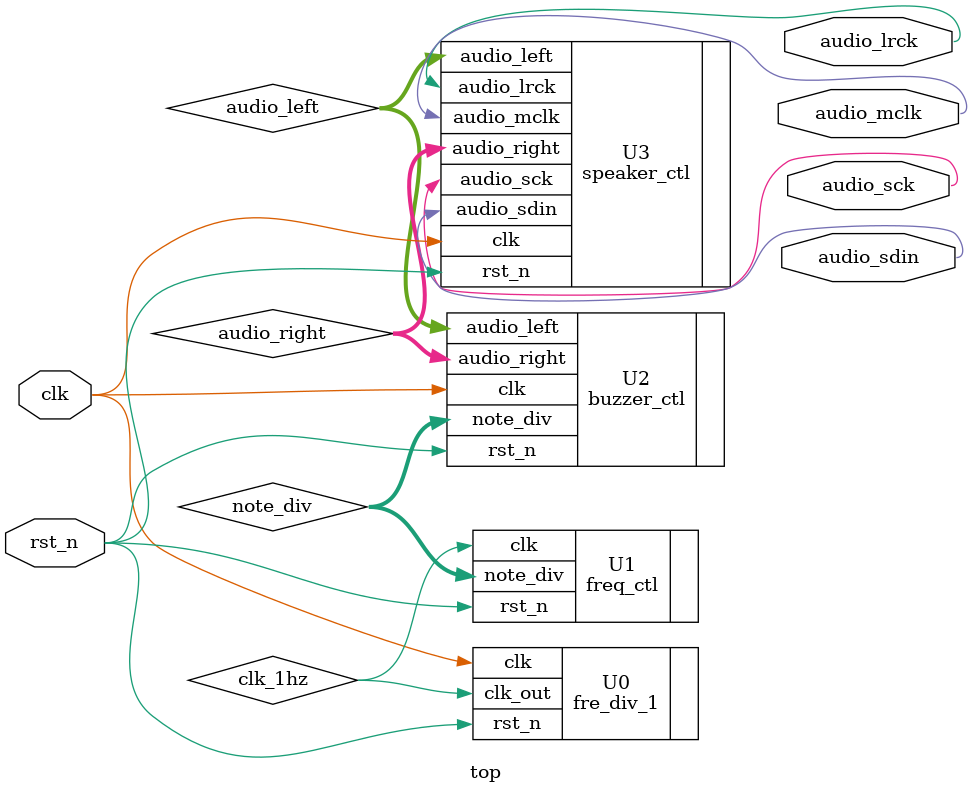
<source format=v>
`timescale 1ns / 1ps


module top(
    input clk,
    input rst_n,
    output audio_mclk,
    output audio_lrck,
    output audio_sck,
    output audio_sdin
    );
    wire clk_1hz;     // 1hz
    wire [21:0]note_div;  //  frequency divisor
    wire [15:0]audio_left;
    wire [15:0]audio_right;
    
    fre_div_1 U0 (.clk(clk),.rst_n(rst_n),.clk_out(clk_1hz));
    freq_ctl U1 (.clk(clk_1hz),.rst_n(rst_n),.note_div(note_div));
    buzzer_ctl U2 (.clk(clk),.rst_n(rst_n),.note_div(note_div)
                    ,.audio_left(audio_left),.audio_right(audio_right));
    speaker_ctl U3 (.clk(clk),.rst_n(rst_n),.audio_left(audio_left),.audio_right(audio_right)
                    ,.audio_mclk(audio_mclk),.audio_lrck(audio_lrck),.audio_sck(audio_sck),.audio_sdin(audio_sdin));

endmodule
</source>
